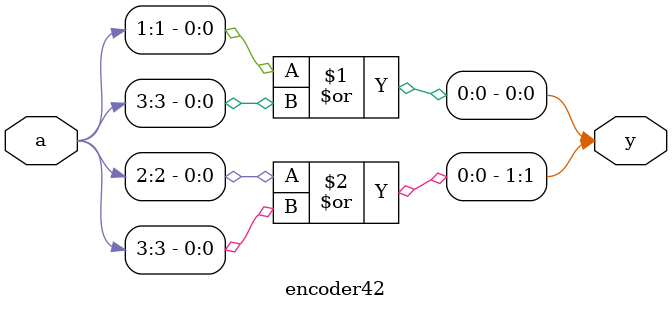
<source format=v>
`timescale 1ns / 1ps
module encoder42(a, y);
	input [3:0] a;
	output [1:0] y;
	
	or u0(y[0], a[1], a[3]), (y[1], a[2], a[3]);

endmodule

</source>
